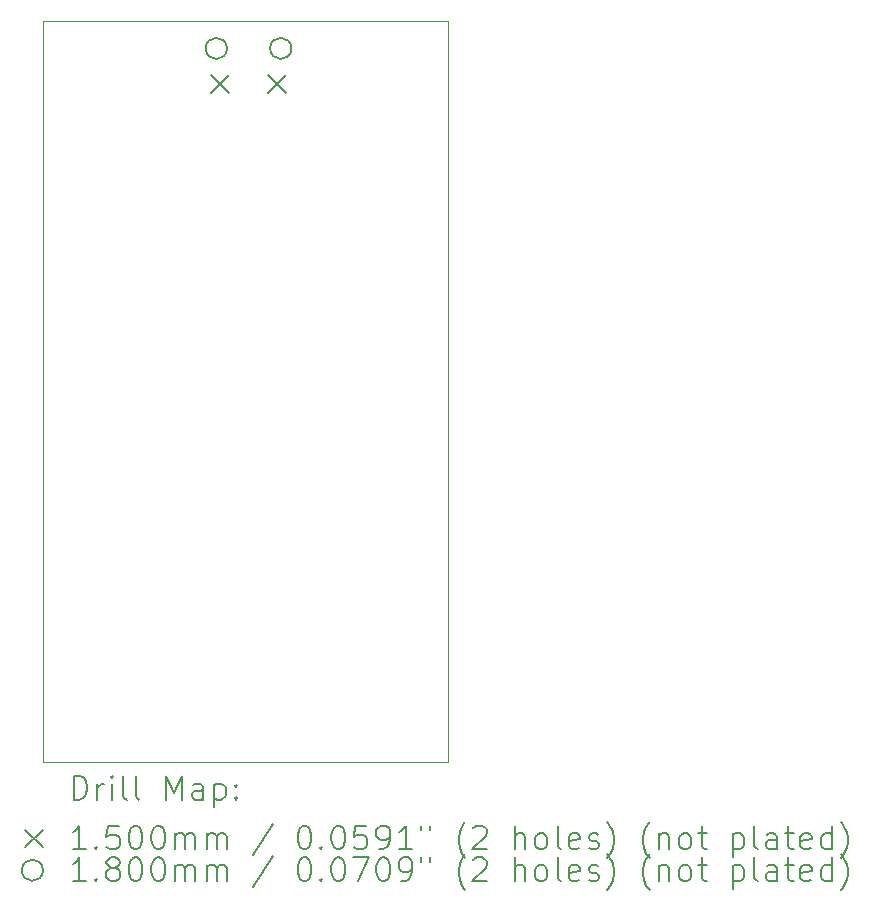
<source format=gbr>
%TF.GenerationSoftware,KiCad,Pcbnew,8.0.1*%
%TF.CreationDate,2024-10-21T20:58:19+13:00*%
%TF.ProjectId,aurorawatchpcb,6175726f-7261-4776-9174-63687063622e,rev?*%
%TF.SameCoordinates,Original*%
%TF.FileFunction,Drillmap*%
%TF.FilePolarity,Positive*%
%FSLAX45Y45*%
G04 Gerber Fmt 4.5, Leading zero omitted, Abs format (unit mm)*
G04 Created by KiCad (PCBNEW 8.0.1) date 2024-10-21 20:58:19*
%MOMM*%
%LPD*%
G01*
G04 APERTURE LIST*
%ADD10C,0.050000*%
%ADD11C,0.200000*%
%ADD12C,0.150000*%
%ADD13C,0.180000*%
G04 APERTURE END LIST*
D10*
X9652000Y-6298775D02*
X13081000Y-6298775D01*
X9652000Y-12573000D02*
X9652000Y-6298775D01*
X13081000Y-12573000D02*
X9652000Y-12573000D01*
X13081000Y-6298775D02*
X13081000Y-12573000D01*
D11*
D12*
X11071880Y-6755020D02*
X11221880Y-6905020D01*
X11221880Y-6755020D02*
X11071880Y-6905020D01*
X11556880Y-6755020D02*
X11706880Y-6905020D01*
X11706880Y-6755020D02*
X11556880Y-6905020D01*
D13*
X11206880Y-6527020D02*
G75*
G02*
X11026880Y-6527020I-90000J0D01*
G01*
X11026880Y-6527020D02*
G75*
G02*
X11206880Y-6527020I90000J0D01*
G01*
X11751880Y-6527020D02*
G75*
G02*
X11571880Y-6527020I-90000J0D01*
G01*
X11571880Y-6527020D02*
G75*
G02*
X11751880Y-6527020I90000J0D01*
G01*
D11*
X9910277Y-12886984D02*
X9910277Y-12686984D01*
X9910277Y-12686984D02*
X9957896Y-12686984D01*
X9957896Y-12686984D02*
X9986467Y-12696508D01*
X9986467Y-12696508D02*
X10005515Y-12715555D01*
X10005515Y-12715555D02*
X10015039Y-12734603D01*
X10015039Y-12734603D02*
X10024563Y-12772698D01*
X10024563Y-12772698D02*
X10024563Y-12801269D01*
X10024563Y-12801269D02*
X10015039Y-12839365D01*
X10015039Y-12839365D02*
X10005515Y-12858412D01*
X10005515Y-12858412D02*
X9986467Y-12877460D01*
X9986467Y-12877460D02*
X9957896Y-12886984D01*
X9957896Y-12886984D02*
X9910277Y-12886984D01*
X10110277Y-12886984D02*
X10110277Y-12753650D01*
X10110277Y-12791746D02*
X10119801Y-12772698D01*
X10119801Y-12772698D02*
X10129324Y-12763174D01*
X10129324Y-12763174D02*
X10148372Y-12753650D01*
X10148372Y-12753650D02*
X10167420Y-12753650D01*
X10234086Y-12886984D02*
X10234086Y-12753650D01*
X10234086Y-12686984D02*
X10224563Y-12696508D01*
X10224563Y-12696508D02*
X10234086Y-12706031D01*
X10234086Y-12706031D02*
X10243610Y-12696508D01*
X10243610Y-12696508D02*
X10234086Y-12686984D01*
X10234086Y-12686984D02*
X10234086Y-12706031D01*
X10357896Y-12886984D02*
X10338848Y-12877460D01*
X10338848Y-12877460D02*
X10329324Y-12858412D01*
X10329324Y-12858412D02*
X10329324Y-12686984D01*
X10462658Y-12886984D02*
X10443610Y-12877460D01*
X10443610Y-12877460D02*
X10434086Y-12858412D01*
X10434086Y-12858412D02*
X10434086Y-12686984D01*
X10691229Y-12886984D02*
X10691229Y-12686984D01*
X10691229Y-12686984D02*
X10757896Y-12829841D01*
X10757896Y-12829841D02*
X10824563Y-12686984D01*
X10824563Y-12686984D02*
X10824563Y-12886984D01*
X11005515Y-12886984D02*
X11005515Y-12782222D01*
X11005515Y-12782222D02*
X10995991Y-12763174D01*
X10995991Y-12763174D02*
X10976944Y-12753650D01*
X10976944Y-12753650D02*
X10938848Y-12753650D01*
X10938848Y-12753650D02*
X10919801Y-12763174D01*
X11005515Y-12877460D02*
X10986467Y-12886984D01*
X10986467Y-12886984D02*
X10938848Y-12886984D01*
X10938848Y-12886984D02*
X10919801Y-12877460D01*
X10919801Y-12877460D02*
X10910277Y-12858412D01*
X10910277Y-12858412D02*
X10910277Y-12839365D01*
X10910277Y-12839365D02*
X10919801Y-12820317D01*
X10919801Y-12820317D02*
X10938848Y-12810793D01*
X10938848Y-12810793D02*
X10986467Y-12810793D01*
X10986467Y-12810793D02*
X11005515Y-12801269D01*
X11100753Y-12753650D02*
X11100753Y-12953650D01*
X11100753Y-12763174D02*
X11119801Y-12753650D01*
X11119801Y-12753650D02*
X11157896Y-12753650D01*
X11157896Y-12753650D02*
X11176944Y-12763174D01*
X11176944Y-12763174D02*
X11186467Y-12772698D01*
X11186467Y-12772698D02*
X11195991Y-12791746D01*
X11195991Y-12791746D02*
X11195991Y-12848888D01*
X11195991Y-12848888D02*
X11186467Y-12867936D01*
X11186467Y-12867936D02*
X11176944Y-12877460D01*
X11176944Y-12877460D02*
X11157896Y-12886984D01*
X11157896Y-12886984D02*
X11119801Y-12886984D01*
X11119801Y-12886984D02*
X11100753Y-12877460D01*
X11281705Y-12867936D02*
X11291229Y-12877460D01*
X11291229Y-12877460D02*
X11281705Y-12886984D01*
X11281705Y-12886984D02*
X11272182Y-12877460D01*
X11272182Y-12877460D02*
X11281705Y-12867936D01*
X11281705Y-12867936D02*
X11281705Y-12886984D01*
X11281705Y-12763174D02*
X11291229Y-12772698D01*
X11291229Y-12772698D02*
X11281705Y-12782222D01*
X11281705Y-12782222D02*
X11272182Y-12772698D01*
X11272182Y-12772698D02*
X11281705Y-12763174D01*
X11281705Y-12763174D02*
X11281705Y-12782222D01*
D12*
X9499500Y-13140500D02*
X9649500Y-13290500D01*
X9649500Y-13140500D02*
X9499500Y-13290500D01*
D11*
X10015039Y-13306984D02*
X9900753Y-13306984D01*
X9957896Y-13306984D02*
X9957896Y-13106984D01*
X9957896Y-13106984D02*
X9938848Y-13135555D01*
X9938848Y-13135555D02*
X9919801Y-13154603D01*
X9919801Y-13154603D02*
X9900753Y-13164127D01*
X10100753Y-13287936D02*
X10110277Y-13297460D01*
X10110277Y-13297460D02*
X10100753Y-13306984D01*
X10100753Y-13306984D02*
X10091229Y-13297460D01*
X10091229Y-13297460D02*
X10100753Y-13287936D01*
X10100753Y-13287936D02*
X10100753Y-13306984D01*
X10291229Y-13106984D02*
X10195991Y-13106984D01*
X10195991Y-13106984D02*
X10186467Y-13202222D01*
X10186467Y-13202222D02*
X10195991Y-13192698D01*
X10195991Y-13192698D02*
X10215039Y-13183174D01*
X10215039Y-13183174D02*
X10262658Y-13183174D01*
X10262658Y-13183174D02*
X10281705Y-13192698D01*
X10281705Y-13192698D02*
X10291229Y-13202222D01*
X10291229Y-13202222D02*
X10300753Y-13221269D01*
X10300753Y-13221269D02*
X10300753Y-13268888D01*
X10300753Y-13268888D02*
X10291229Y-13287936D01*
X10291229Y-13287936D02*
X10281705Y-13297460D01*
X10281705Y-13297460D02*
X10262658Y-13306984D01*
X10262658Y-13306984D02*
X10215039Y-13306984D01*
X10215039Y-13306984D02*
X10195991Y-13297460D01*
X10195991Y-13297460D02*
X10186467Y-13287936D01*
X10424563Y-13106984D02*
X10443610Y-13106984D01*
X10443610Y-13106984D02*
X10462658Y-13116508D01*
X10462658Y-13116508D02*
X10472182Y-13126031D01*
X10472182Y-13126031D02*
X10481705Y-13145079D01*
X10481705Y-13145079D02*
X10491229Y-13183174D01*
X10491229Y-13183174D02*
X10491229Y-13230793D01*
X10491229Y-13230793D02*
X10481705Y-13268888D01*
X10481705Y-13268888D02*
X10472182Y-13287936D01*
X10472182Y-13287936D02*
X10462658Y-13297460D01*
X10462658Y-13297460D02*
X10443610Y-13306984D01*
X10443610Y-13306984D02*
X10424563Y-13306984D01*
X10424563Y-13306984D02*
X10405515Y-13297460D01*
X10405515Y-13297460D02*
X10395991Y-13287936D01*
X10395991Y-13287936D02*
X10386467Y-13268888D01*
X10386467Y-13268888D02*
X10376944Y-13230793D01*
X10376944Y-13230793D02*
X10376944Y-13183174D01*
X10376944Y-13183174D02*
X10386467Y-13145079D01*
X10386467Y-13145079D02*
X10395991Y-13126031D01*
X10395991Y-13126031D02*
X10405515Y-13116508D01*
X10405515Y-13116508D02*
X10424563Y-13106984D01*
X10615039Y-13106984D02*
X10634086Y-13106984D01*
X10634086Y-13106984D02*
X10653134Y-13116508D01*
X10653134Y-13116508D02*
X10662658Y-13126031D01*
X10662658Y-13126031D02*
X10672182Y-13145079D01*
X10672182Y-13145079D02*
X10681705Y-13183174D01*
X10681705Y-13183174D02*
X10681705Y-13230793D01*
X10681705Y-13230793D02*
X10672182Y-13268888D01*
X10672182Y-13268888D02*
X10662658Y-13287936D01*
X10662658Y-13287936D02*
X10653134Y-13297460D01*
X10653134Y-13297460D02*
X10634086Y-13306984D01*
X10634086Y-13306984D02*
X10615039Y-13306984D01*
X10615039Y-13306984D02*
X10595991Y-13297460D01*
X10595991Y-13297460D02*
X10586467Y-13287936D01*
X10586467Y-13287936D02*
X10576944Y-13268888D01*
X10576944Y-13268888D02*
X10567420Y-13230793D01*
X10567420Y-13230793D02*
X10567420Y-13183174D01*
X10567420Y-13183174D02*
X10576944Y-13145079D01*
X10576944Y-13145079D02*
X10586467Y-13126031D01*
X10586467Y-13126031D02*
X10595991Y-13116508D01*
X10595991Y-13116508D02*
X10615039Y-13106984D01*
X10767420Y-13306984D02*
X10767420Y-13173650D01*
X10767420Y-13192698D02*
X10776944Y-13183174D01*
X10776944Y-13183174D02*
X10795991Y-13173650D01*
X10795991Y-13173650D02*
X10824563Y-13173650D01*
X10824563Y-13173650D02*
X10843610Y-13183174D01*
X10843610Y-13183174D02*
X10853134Y-13202222D01*
X10853134Y-13202222D02*
X10853134Y-13306984D01*
X10853134Y-13202222D02*
X10862658Y-13183174D01*
X10862658Y-13183174D02*
X10881705Y-13173650D01*
X10881705Y-13173650D02*
X10910277Y-13173650D01*
X10910277Y-13173650D02*
X10929325Y-13183174D01*
X10929325Y-13183174D02*
X10938848Y-13202222D01*
X10938848Y-13202222D02*
X10938848Y-13306984D01*
X11034086Y-13306984D02*
X11034086Y-13173650D01*
X11034086Y-13192698D02*
X11043610Y-13183174D01*
X11043610Y-13183174D02*
X11062658Y-13173650D01*
X11062658Y-13173650D02*
X11091229Y-13173650D01*
X11091229Y-13173650D02*
X11110277Y-13183174D01*
X11110277Y-13183174D02*
X11119801Y-13202222D01*
X11119801Y-13202222D02*
X11119801Y-13306984D01*
X11119801Y-13202222D02*
X11129325Y-13183174D01*
X11129325Y-13183174D02*
X11148372Y-13173650D01*
X11148372Y-13173650D02*
X11176944Y-13173650D01*
X11176944Y-13173650D02*
X11195991Y-13183174D01*
X11195991Y-13183174D02*
X11205515Y-13202222D01*
X11205515Y-13202222D02*
X11205515Y-13306984D01*
X11595991Y-13097460D02*
X11424563Y-13354603D01*
X11853134Y-13106984D02*
X11872182Y-13106984D01*
X11872182Y-13106984D02*
X11891229Y-13116508D01*
X11891229Y-13116508D02*
X11900753Y-13126031D01*
X11900753Y-13126031D02*
X11910277Y-13145079D01*
X11910277Y-13145079D02*
X11919801Y-13183174D01*
X11919801Y-13183174D02*
X11919801Y-13230793D01*
X11919801Y-13230793D02*
X11910277Y-13268888D01*
X11910277Y-13268888D02*
X11900753Y-13287936D01*
X11900753Y-13287936D02*
X11891229Y-13297460D01*
X11891229Y-13297460D02*
X11872182Y-13306984D01*
X11872182Y-13306984D02*
X11853134Y-13306984D01*
X11853134Y-13306984D02*
X11834086Y-13297460D01*
X11834086Y-13297460D02*
X11824563Y-13287936D01*
X11824563Y-13287936D02*
X11815039Y-13268888D01*
X11815039Y-13268888D02*
X11805515Y-13230793D01*
X11805515Y-13230793D02*
X11805515Y-13183174D01*
X11805515Y-13183174D02*
X11815039Y-13145079D01*
X11815039Y-13145079D02*
X11824563Y-13126031D01*
X11824563Y-13126031D02*
X11834086Y-13116508D01*
X11834086Y-13116508D02*
X11853134Y-13106984D01*
X12005515Y-13287936D02*
X12015039Y-13297460D01*
X12015039Y-13297460D02*
X12005515Y-13306984D01*
X12005515Y-13306984D02*
X11995991Y-13297460D01*
X11995991Y-13297460D02*
X12005515Y-13287936D01*
X12005515Y-13287936D02*
X12005515Y-13306984D01*
X12138848Y-13106984D02*
X12157896Y-13106984D01*
X12157896Y-13106984D02*
X12176944Y-13116508D01*
X12176944Y-13116508D02*
X12186467Y-13126031D01*
X12186467Y-13126031D02*
X12195991Y-13145079D01*
X12195991Y-13145079D02*
X12205515Y-13183174D01*
X12205515Y-13183174D02*
X12205515Y-13230793D01*
X12205515Y-13230793D02*
X12195991Y-13268888D01*
X12195991Y-13268888D02*
X12186467Y-13287936D01*
X12186467Y-13287936D02*
X12176944Y-13297460D01*
X12176944Y-13297460D02*
X12157896Y-13306984D01*
X12157896Y-13306984D02*
X12138848Y-13306984D01*
X12138848Y-13306984D02*
X12119801Y-13297460D01*
X12119801Y-13297460D02*
X12110277Y-13287936D01*
X12110277Y-13287936D02*
X12100753Y-13268888D01*
X12100753Y-13268888D02*
X12091229Y-13230793D01*
X12091229Y-13230793D02*
X12091229Y-13183174D01*
X12091229Y-13183174D02*
X12100753Y-13145079D01*
X12100753Y-13145079D02*
X12110277Y-13126031D01*
X12110277Y-13126031D02*
X12119801Y-13116508D01*
X12119801Y-13116508D02*
X12138848Y-13106984D01*
X12386467Y-13106984D02*
X12291229Y-13106984D01*
X12291229Y-13106984D02*
X12281706Y-13202222D01*
X12281706Y-13202222D02*
X12291229Y-13192698D01*
X12291229Y-13192698D02*
X12310277Y-13183174D01*
X12310277Y-13183174D02*
X12357896Y-13183174D01*
X12357896Y-13183174D02*
X12376944Y-13192698D01*
X12376944Y-13192698D02*
X12386467Y-13202222D01*
X12386467Y-13202222D02*
X12395991Y-13221269D01*
X12395991Y-13221269D02*
X12395991Y-13268888D01*
X12395991Y-13268888D02*
X12386467Y-13287936D01*
X12386467Y-13287936D02*
X12376944Y-13297460D01*
X12376944Y-13297460D02*
X12357896Y-13306984D01*
X12357896Y-13306984D02*
X12310277Y-13306984D01*
X12310277Y-13306984D02*
X12291229Y-13297460D01*
X12291229Y-13297460D02*
X12281706Y-13287936D01*
X12491229Y-13306984D02*
X12529325Y-13306984D01*
X12529325Y-13306984D02*
X12548372Y-13297460D01*
X12548372Y-13297460D02*
X12557896Y-13287936D01*
X12557896Y-13287936D02*
X12576944Y-13259365D01*
X12576944Y-13259365D02*
X12586467Y-13221269D01*
X12586467Y-13221269D02*
X12586467Y-13145079D01*
X12586467Y-13145079D02*
X12576944Y-13126031D01*
X12576944Y-13126031D02*
X12567420Y-13116508D01*
X12567420Y-13116508D02*
X12548372Y-13106984D01*
X12548372Y-13106984D02*
X12510277Y-13106984D01*
X12510277Y-13106984D02*
X12491229Y-13116508D01*
X12491229Y-13116508D02*
X12481706Y-13126031D01*
X12481706Y-13126031D02*
X12472182Y-13145079D01*
X12472182Y-13145079D02*
X12472182Y-13192698D01*
X12472182Y-13192698D02*
X12481706Y-13211746D01*
X12481706Y-13211746D02*
X12491229Y-13221269D01*
X12491229Y-13221269D02*
X12510277Y-13230793D01*
X12510277Y-13230793D02*
X12548372Y-13230793D01*
X12548372Y-13230793D02*
X12567420Y-13221269D01*
X12567420Y-13221269D02*
X12576944Y-13211746D01*
X12576944Y-13211746D02*
X12586467Y-13192698D01*
X12776944Y-13306984D02*
X12662658Y-13306984D01*
X12719801Y-13306984D02*
X12719801Y-13106984D01*
X12719801Y-13106984D02*
X12700753Y-13135555D01*
X12700753Y-13135555D02*
X12681706Y-13154603D01*
X12681706Y-13154603D02*
X12662658Y-13164127D01*
X12853134Y-13106984D02*
X12853134Y-13145079D01*
X12929325Y-13106984D02*
X12929325Y-13145079D01*
X13224563Y-13383174D02*
X13215039Y-13373650D01*
X13215039Y-13373650D02*
X13195991Y-13345079D01*
X13195991Y-13345079D02*
X13186468Y-13326031D01*
X13186468Y-13326031D02*
X13176944Y-13297460D01*
X13176944Y-13297460D02*
X13167420Y-13249841D01*
X13167420Y-13249841D02*
X13167420Y-13211746D01*
X13167420Y-13211746D02*
X13176944Y-13164127D01*
X13176944Y-13164127D02*
X13186468Y-13135555D01*
X13186468Y-13135555D02*
X13195991Y-13116508D01*
X13195991Y-13116508D02*
X13215039Y-13087936D01*
X13215039Y-13087936D02*
X13224563Y-13078412D01*
X13291229Y-13126031D02*
X13300753Y-13116508D01*
X13300753Y-13116508D02*
X13319801Y-13106984D01*
X13319801Y-13106984D02*
X13367420Y-13106984D01*
X13367420Y-13106984D02*
X13386468Y-13116508D01*
X13386468Y-13116508D02*
X13395991Y-13126031D01*
X13395991Y-13126031D02*
X13405515Y-13145079D01*
X13405515Y-13145079D02*
X13405515Y-13164127D01*
X13405515Y-13164127D02*
X13395991Y-13192698D01*
X13395991Y-13192698D02*
X13281706Y-13306984D01*
X13281706Y-13306984D02*
X13405515Y-13306984D01*
X13643610Y-13306984D02*
X13643610Y-13106984D01*
X13729325Y-13306984D02*
X13729325Y-13202222D01*
X13729325Y-13202222D02*
X13719801Y-13183174D01*
X13719801Y-13183174D02*
X13700753Y-13173650D01*
X13700753Y-13173650D02*
X13672182Y-13173650D01*
X13672182Y-13173650D02*
X13653134Y-13183174D01*
X13653134Y-13183174D02*
X13643610Y-13192698D01*
X13853134Y-13306984D02*
X13834087Y-13297460D01*
X13834087Y-13297460D02*
X13824563Y-13287936D01*
X13824563Y-13287936D02*
X13815039Y-13268888D01*
X13815039Y-13268888D02*
X13815039Y-13211746D01*
X13815039Y-13211746D02*
X13824563Y-13192698D01*
X13824563Y-13192698D02*
X13834087Y-13183174D01*
X13834087Y-13183174D02*
X13853134Y-13173650D01*
X13853134Y-13173650D02*
X13881706Y-13173650D01*
X13881706Y-13173650D02*
X13900753Y-13183174D01*
X13900753Y-13183174D02*
X13910277Y-13192698D01*
X13910277Y-13192698D02*
X13919801Y-13211746D01*
X13919801Y-13211746D02*
X13919801Y-13268888D01*
X13919801Y-13268888D02*
X13910277Y-13287936D01*
X13910277Y-13287936D02*
X13900753Y-13297460D01*
X13900753Y-13297460D02*
X13881706Y-13306984D01*
X13881706Y-13306984D02*
X13853134Y-13306984D01*
X14034087Y-13306984D02*
X14015039Y-13297460D01*
X14015039Y-13297460D02*
X14005515Y-13278412D01*
X14005515Y-13278412D02*
X14005515Y-13106984D01*
X14186468Y-13297460D02*
X14167420Y-13306984D01*
X14167420Y-13306984D02*
X14129325Y-13306984D01*
X14129325Y-13306984D02*
X14110277Y-13297460D01*
X14110277Y-13297460D02*
X14100753Y-13278412D01*
X14100753Y-13278412D02*
X14100753Y-13202222D01*
X14100753Y-13202222D02*
X14110277Y-13183174D01*
X14110277Y-13183174D02*
X14129325Y-13173650D01*
X14129325Y-13173650D02*
X14167420Y-13173650D01*
X14167420Y-13173650D02*
X14186468Y-13183174D01*
X14186468Y-13183174D02*
X14195991Y-13202222D01*
X14195991Y-13202222D02*
X14195991Y-13221269D01*
X14195991Y-13221269D02*
X14100753Y-13240317D01*
X14272182Y-13297460D02*
X14291230Y-13306984D01*
X14291230Y-13306984D02*
X14329325Y-13306984D01*
X14329325Y-13306984D02*
X14348372Y-13297460D01*
X14348372Y-13297460D02*
X14357896Y-13278412D01*
X14357896Y-13278412D02*
X14357896Y-13268888D01*
X14357896Y-13268888D02*
X14348372Y-13249841D01*
X14348372Y-13249841D02*
X14329325Y-13240317D01*
X14329325Y-13240317D02*
X14300753Y-13240317D01*
X14300753Y-13240317D02*
X14281706Y-13230793D01*
X14281706Y-13230793D02*
X14272182Y-13211746D01*
X14272182Y-13211746D02*
X14272182Y-13202222D01*
X14272182Y-13202222D02*
X14281706Y-13183174D01*
X14281706Y-13183174D02*
X14300753Y-13173650D01*
X14300753Y-13173650D02*
X14329325Y-13173650D01*
X14329325Y-13173650D02*
X14348372Y-13183174D01*
X14424563Y-13383174D02*
X14434087Y-13373650D01*
X14434087Y-13373650D02*
X14453134Y-13345079D01*
X14453134Y-13345079D02*
X14462658Y-13326031D01*
X14462658Y-13326031D02*
X14472182Y-13297460D01*
X14472182Y-13297460D02*
X14481706Y-13249841D01*
X14481706Y-13249841D02*
X14481706Y-13211746D01*
X14481706Y-13211746D02*
X14472182Y-13164127D01*
X14472182Y-13164127D02*
X14462658Y-13135555D01*
X14462658Y-13135555D02*
X14453134Y-13116508D01*
X14453134Y-13116508D02*
X14434087Y-13087936D01*
X14434087Y-13087936D02*
X14424563Y-13078412D01*
X14786468Y-13383174D02*
X14776944Y-13373650D01*
X14776944Y-13373650D02*
X14757896Y-13345079D01*
X14757896Y-13345079D02*
X14748372Y-13326031D01*
X14748372Y-13326031D02*
X14738849Y-13297460D01*
X14738849Y-13297460D02*
X14729325Y-13249841D01*
X14729325Y-13249841D02*
X14729325Y-13211746D01*
X14729325Y-13211746D02*
X14738849Y-13164127D01*
X14738849Y-13164127D02*
X14748372Y-13135555D01*
X14748372Y-13135555D02*
X14757896Y-13116508D01*
X14757896Y-13116508D02*
X14776944Y-13087936D01*
X14776944Y-13087936D02*
X14786468Y-13078412D01*
X14862658Y-13173650D02*
X14862658Y-13306984D01*
X14862658Y-13192698D02*
X14872182Y-13183174D01*
X14872182Y-13183174D02*
X14891230Y-13173650D01*
X14891230Y-13173650D02*
X14919801Y-13173650D01*
X14919801Y-13173650D02*
X14938849Y-13183174D01*
X14938849Y-13183174D02*
X14948372Y-13202222D01*
X14948372Y-13202222D02*
X14948372Y-13306984D01*
X15072182Y-13306984D02*
X15053134Y-13297460D01*
X15053134Y-13297460D02*
X15043611Y-13287936D01*
X15043611Y-13287936D02*
X15034087Y-13268888D01*
X15034087Y-13268888D02*
X15034087Y-13211746D01*
X15034087Y-13211746D02*
X15043611Y-13192698D01*
X15043611Y-13192698D02*
X15053134Y-13183174D01*
X15053134Y-13183174D02*
X15072182Y-13173650D01*
X15072182Y-13173650D02*
X15100753Y-13173650D01*
X15100753Y-13173650D02*
X15119801Y-13183174D01*
X15119801Y-13183174D02*
X15129325Y-13192698D01*
X15129325Y-13192698D02*
X15138849Y-13211746D01*
X15138849Y-13211746D02*
X15138849Y-13268888D01*
X15138849Y-13268888D02*
X15129325Y-13287936D01*
X15129325Y-13287936D02*
X15119801Y-13297460D01*
X15119801Y-13297460D02*
X15100753Y-13306984D01*
X15100753Y-13306984D02*
X15072182Y-13306984D01*
X15195992Y-13173650D02*
X15272182Y-13173650D01*
X15224563Y-13106984D02*
X15224563Y-13278412D01*
X15224563Y-13278412D02*
X15234087Y-13297460D01*
X15234087Y-13297460D02*
X15253134Y-13306984D01*
X15253134Y-13306984D02*
X15272182Y-13306984D01*
X15491230Y-13173650D02*
X15491230Y-13373650D01*
X15491230Y-13183174D02*
X15510277Y-13173650D01*
X15510277Y-13173650D02*
X15548373Y-13173650D01*
X15548373Y-13173650D02*
X15567420Y-13183174D01*
X15567420Y-13183174D02*
X15576944Y-13192698D01*
X15576944Y-13192698D02*
X15586468Y-13211746D01*
X15586468Y-13211746D02*
X15586468Y-13268888D01*
X15586468Y-13268888D02*
X15576944Y-13287936D01*
X15576944Y-13287936D02*
X15567420Y-13297460D01*
X15567420Y-13297460D02*
X15548373Y-13306984D01*
X15548373Y-13306984D02*
X15510277Y-13306984D01*
X15510277Y-13306984D02*
X15491230Y-13297460D01*
X15700753Y-13306984D02*
X15681706Y-13297460D01*
X15681706Y-13297460D02*
X15672182Y-13278412D01*
X15672182Y-13278412D02*
X15672182Y-13106984D01*
X15862658Y-13306984D02*
X15862658Y-13202222D01*
X15862658Y-13202222D02*
X15853134Y-13183174D01*
X15853134Y-13183174D02*
X15834087Y-13173650D01*
X15834087Y-13173650D02*
X15795992Y-13173650D01*
X15795992Y-13173650D02*
X15776944Y-13183174D01*
X15862658Y-13297460D02*
X15843611Y-13306984D01*
X15843611Y-13306984D02*
X15795992Y-13306984D01*
X15795992Y-13306984D02*
X15776944Y-13297460D01*
X15776944Y-13297460D02*
X15767420Y-13278412D01*
X15767420Y-13278412D02*
X15767420Y-13259365D01*
X15767420Y-13259365D02*
X15776944Y-13240317D01*
X15776944Y-13240317D02*
X15795992Y-13230793D01*
X15795992Y-13230793D02*
X15843611Y-13230793D01*
X15843611Y-13230793D02*
X15862658Y-13221269D01*
X15929325Y-13173650D02*
X16005515Y-13173650D01*
X15957896Y-13106984D02*
X15957896Y-13278412D01*
X15957896Y-13278412D02*
X15967420Y-13297460D01*
X15967420Y-13297460D02*
X15986468Y-13306984D01*
X15986468Y-13306984D02*
X16005515Y-13306984D01*
X16148373Y-13297460D02*
X16129325Y-13306984D01*
X16129325Y-13306984D02*
X16091230Y-13306984D01*
X16091230Y-13306984D02*
X16072182Y-13297460D01*
X16072182Y-13297460D02*
X16062658Y-13278412D01*
X16062658Y-13278412D02*
X16062658Y-13202222D01*
X16062658Y-13202222D02*
X16072182Y-13183174D01*
X16072182Y-13183174D02*
X16091230Y-13173650D01*
X16091230Y-13173650D02*
X16129325Y-13173650D01*
X16129325Y-13173650D02*
X16148373Y-13183174D01*
X16148373Y-13183174D02*
X16157896Y-13202222D01*
X16157896Y-13202222D02*
X16157896Y-13221269D01*
X16157896Y-13221269D02*
X16062658Y-13240317D01*
X16329325Y-13306984D02*
X16329325Y-13106984D01*
X16329325Y-13297460D02*
X16310277Y-13306984D01*
X16310277Y-13306984D02*
X16272182Y-13306984D01*
X16272182Y-13306984D02*
X16253134Y-13297460D01*
X16253134Y-13297460D02*
X16243611Y-13287936D01*
X16243611Y-13287936D02*
X16234087Y-13268888D01*
X16234087Y-13268888D02*
X16234087Y-13211746D01*
X16234087Y-13211746D02*
X16243611Y-13192698D01*
X16243611Y-13192698D02*
X16253134Y-13183174D01*
X16253134Y-13183174D02*
X16272182Y-13173650D01*
X16272182Y-13173650D02*
X16310277Y-13173650D01*
X16310277Y-13173650D02*
X16329325Y-13183174D01*
X16405515Y-13383174D02*
X16415039Y-13373650D01*
X16415039Y-13373650D02*
X16434087Y-13345079D01*
X16434087Y-13345079D02*
X16443611Y-13326031D01*
X16443611Y-13326031D02*
X16453134Y-13297460D01*
X16453134Y-13297460D02*
X16462658Y-13249841D01*
X16462658Y-13249841D02*
X16462658Y-13211746D01*
X16462658Y-13211746D02*
X16453134Y-13164127D01*
X16453134Y-13164127D02*
X16443611Y-13135555D01*
X16443611Y-13135555D02*
X16434087Y-13116508D01*
X16434087Y-13116508D02*
X16415039Y-13087936D01*
X16415039Y-13087936D02*
X16405515Y-13078412D01*
D13*
X9649500Y-13485500D02*
G75*
G02*
X9469500Y-13485500I-90000J0D01*
G01*
X9469500Y-13485500D02*
G75*
G02*
X9649500Y-13485500I90000J0D01*
G01*
D11*
X10015039Y-13576984D02*
X9900753Y-13576984D01*
X9957896Y-13576984D02*
X9957896Y-13376984D01*
X9957896Y-13376984D02*
X9938848Y-13405555D01*
X9938848Y-13405555D02*
X9919801Y-13424603D01*
X9919801Y-13424603D02*
X9900753Y-13434127D01*
X10100753Y-13557936D02*
X10110277Y-13567460D01*
X10110277Y-13567460D02*
X10100753Y-13576984D01*
X10100753Y-13576984D02*
X10091229Y-13567460D01*
X10091229Y-13567460D02*
X10100753Y-13557936D01*
X10100753Y-13557936D02*
X10100753Y-13576984D01*
X10224563Y-13462698D02*
X10205515Y-13453174D01*
X10205515Y-13453174D02*
X10195991Y-13443650D01*
X10195991Y-13443650D02*
X10186467Y-13424603D01*
X10186467Y-13424603D02*
X10186467Y-13415079D01*
X10186467Y-13415079D02*
X10195991Y-13396031D01*
X10195991Y-13396031D02*
X10205515Y-13386508D01*
X10205515Y-13386508D02*
X10224563Y-13376984D01*
X10224563Y-13376984D02*
X10262658Y-13376984D01*
X10262658Y-13376984D02*
X10281705Y-13386508D01*
X10281705Y-13386508D02*
X10291229Y-13396031D01*
X10291229Y-13396031D02*
X10300753Y-13415079D01*
X10300753Y-13415079D02*
X10300753Y-13424603D01*
X10300753Y-13424603D02*
X10291229Y-13443650D01*
X10291229Y-13443650D02*
X10281705Y-13453174D01*
X10281705Y-13453174D02*
X10262658Y-13462698D01*
X10262658Y-13462698D02*
X10224563Y-13462698D01*
X10224563Y-13462698D02*
X10205515Y-13472222D01*
X10205515Y-13472222D02*
X10195991Y-13481746D01*
X10195991Y-13481746D02*
X10186467Y-13500793D01*
X10186467Y-13500793D02*
X10186467Y-13538888D01*
X10186467Y-13538888D02*
X10195991Y-13557936D01*
X10195991Y-13557936D02*
X10205515Y-13567460D01*
X10205515Y-13567460D02*
X10224563Y-13576984D01*
X10224563Y-13576984D02*
X10262658Y-13576984D01*
X10262658Y-13576984D02*
X10281705Y-13567460D01*
X10281705Y-13567460D02*
X10291229Y-13557936D01*
X10291229Y-13557936D02*
X10300753Y-13538888D01*
X10300753Y-13538888D02*
X10300753Y-13500793D01*
X10300753Y-13500793D02*
X10291229Y-13481746D01*
X10291229Y-13481746D02*
X10281705Y-13472222D01*
X10281705Y-13472222D02*
X10262658Y-13462698D01*
X10424563Y-13376984D02*
X10443610Y-13376984D01*
X10443610Y-13376984D02*
X10462658Y-13386508D01*
X10462658Y-13386508D02*
X10472182Y-13396031D01*
X10472182Y-13396031D02*
X10481705Y-13415079D01*
X10481705Y-13415079D02*
X10491229Y-13453174D01*
X10491229Y-13453174D02*
X10491229Y-13500793D01*
X10491229Y-13500793D02*
X10481705Y-13538888D01*
X10481705Y-13538888D02*
X10472182Y-13557936D01*
X10472182Y-13557936D02*
X10462658Y-13567460D01*
X10462658Y-13567460D02*
X10443610Y-13576984D01*
X10443610Y-13576984D02*
X10424563Y-13576984D01*
X10424563Y-13576984D02*
X10405515Y-13567460D01*
X10405515Y-13567460D02*
X10395991Y-13557936D01*
X10395991Y-13557936D02*
X10386467Y-13538888D01*
X10386467Y-13538888D02*
X10376944Y-13500793D01*
X10376944Y-13500793D02*
X10376944Y-13453174D01*
X10376944Y-13453174D02*
X10386467Y-13415079D01*
X10386467Y-13415079D02*
X10395991Y-13396031D01*
X10395991Y-13396031D02*
X10405515Y-13386508D01*
X10405515Y-13386508D02*
X10424563Y-13376984D01*
X10615039Y-13376984D02*
X10634086Y-13376984D01*
X10634086Y-13376984D02*
X10653134Y-13386508D01*
X10653134Y-13386508D02*
X10662658Y-13396031D01*
X10662658Y-13396031D02*
X10672182Y-13415079D01*
X10672182Y-13415079D02*
X10681705Y-13453174D01*
X10681705Y-13453174D02*
X10681705Y-13500793D01*
X10681705Y-13500793D02*
X10672182Y-13538888D01*
X10672182Y-13538888D02*
X10662658Y-13557936D01*
X10662658Y-13557936D02*
X10653134Y-13567460D01*
X10653134Y-13567460D02*
X10634086Y-13576984D01*
X10634086Y-13576984D02*
X10615039Y-13576984D01*
X10615039Y-13576984D02*
X10595991Y-13567460D01*
X10595991Y-13567460D02*
X10586467Y-13557936D01*
X10586467Y-13557936D02*
X10576944Y-13538888D01*
X10576944Y-13538888D02*
X10567420Y-13500793D01*
X10567420Y-13500793D02*
X10567420Y-13453174D01*
X10567420Y-13453174D02*
X10576944Y-13415079D01*
X10576944Y-13415079D02*
X10586467Y-13396031D01*
X10586467Y-13396031D02*
X10595991Y-13386508D01*
X10595991Y-13386508D02*
X10615039Y-13376984D01*
X10767420Y-13576984D02*
X10767420Y-13443650D01*
X10767420Y-13462698D02*
X10776944Y-13453174D01*
X10776944Y-13453174D02*
X10795991Y-13443650D01*
X10795991Y-13443650D02*
X10824563Y-13443650D01*
X10824563Y-13443650D02*
X10843610Y-13453174D01*
X10843610Y-13453174D02*
X10853134Y-13472222D01*
X10853134Y-13472222D02*
X10853134Y-13576984D01*
X10853134Y-13472222D02*
X10862658Y-13453174D01*
X10862658Y-13453174D02*
X10881705Y-13443650D01*
X10881705Y-13443650D02*
X10910277Y-13443650D01*
X10910277Y-13443650D02*
X10929325Y-13453174D01*
X10929325Y-13453174D02*
X10938848Y-13472222D01*
X10938848Y-13472222D02*
X10938848Y-13576984D01*
X11034086Y-13576984D02*
X11034086Y-13443650D01*
X11034086Y-13462698D02*
X11043610Y-13453174D01*
X11043610Y-13453174D02*
X11062658Y-13443650D01*
X11062658Y-13443650D02*
X11091229Y-13443650D01*
X11091229Y-13443650D02*
X11110277Y-13453174D01*
X11110277Y-13453174D02*
X11119801Y-13472222D01*
X11119801Y-13472222D02*
X11119801Y-13576984D01*
X11119801Y-13472222D02*
X11129325Y-13453174D01*
X11129325Y-13453174D02*
X11148372Y-13443650D01*
X11148372Y-13443650D02*
X11176944Y-13443650D01*
X11176944Y-13443650D02*
X11195991Y-13453174D01*
X11195991Y-13453174D02*
X11205515Y-13472222D01*
X11205515Y-13472222D02*
X11205515Y-13576984D01*
X11595991Y-13367460D02*
X11424563Y-13624603D01*
X11853134Y-13376984D02*
X11872182Y-13376984D01*
X11872182Y-13376984D02*
X11891229Y-13386508D01*
X11891229Y-13386508D02*
X11900753Y-13396031D01*
X11900753Y-13396031D02*
X11910277Y-13415079D01*
X11910277Y-13415079D02*
X11919801Y-13453174D01*
X11919801Y-13453174D02*
X11919801Y-13500793D01*
X11919801Y-13500793D02*
X11910277Y-13538888D01*
X11910277Y-13538888D02*
X11900753Y-13557936D01*
X11900753Y-13557936D02*
X11891229Y-13567460D01*
X11891229Y-13567460D02*
X11872182Y-13576984D01*
X11872182Y-13576984D02*
X11853134Y-13576984D01*
X11853134Y-13576984D02*
X11834086Y-13567460D01*
X11834086Y-13567460D02*
X11824563Y-13557936D01*
X11824563Y-13557936D02*
X11815039Y-13538888D01*
X11815039Y-13538888D02*
X11805515Y-13500793D01*
X11805515Y-13500793D02*
X11805515Y-13453174D01*
X11805515Y-13453174D02*
X11815039Y-13415079D01*
X11815039Y-13415079D02*
X11824563Y-13396031D01*
X11824563Y-13396031D02*
X11834086Y-13386508D01*
X11834086Y-13386508D02*
X11853134Y-13376984D01*
X12005515Y-13557936D02*
X12015039Y-13567460D01*
X12015039Y-13567460D02*
X12005515Y-13576984D01*
X12005515Y-13576984D02*
X11995991Y-13567460D01*
X11995991Y-13567460D02*
X12005515Y-13557936D01*
X12005515Y-13557936D02*
X12005515Y-13576984D01*
X12138848Y-13376984D02*
X12157896Y-13376984D01*
X12157896Y-13376984D02*
X12176944Y-13386508D01*
X12176944Y-13386508D02*
X12186467Y-13396031D01*
X12186467Y-13396031D02*
X12195991Y-13415079D01*
X12195991Y-13415079D02*
X12205515Y-13453174D01*
X12205515Y-13453174D02*
X12205515Y-13500793D01*
X12205515Y-13500793D02*
X12195991Y-13538888D01*
X12195991Y-13538888D02*
X12186467Y-13557936D01*
X12186467Y-13557936D02*
X12176944Y-13567460D01*
X12176944Y-13567460D02*
X12157896Y-13576984D01*
X12157896Y-13576984D02*
X12138848Y-13576984D01*
X12138848Y-13576984D02*
X12119801Y-13567460D01*
X12119801Y-13567460D02*
X12110277Y-13557936D01*
X12110277Y-13557936D02*
X12100753Y-13538888D01*
X12100753Y-13538888D02*
X12091229Y-13500793D01*
X12091229Y-13500793D02*
X12091229Y-13453174D01*
X12091229Y-13453174D02*
X12100753Y-13415079D01*
X12100753Y-13415079D02*
X12110277Y-13396031D01*
X12110277Y-13396031D02*
X12119801Y-13386508D01*
X12119801Y-13386508D02*
X12138848Y-13376984D01*
X12272182Y-13376984D02*
X12405515Y-13376984D01*
X12405515Y-13376984D02*
X12319801Y-13576984D01*
X12519801Y-13376984D02*
X12538848Y-13376984D01*
X12538848Y-13376984D02*
X12557896Y-13386508D01*
X12557896Y-13386508D02*
X12567420Y-13396031D01*
X12567420Y-13396031D02*
X12576944Y-13415079D01*
X12576944Y-13415079D02*
X12586467Y-13453174D01*
X12586467Y-13453174D02*
X12586467Y-13500793D01*
X12586467Y-13500793D02*
X12576944Y-13538888D01*
X12576944Y-13538888D02*
X12567420Y-13557936D01*
X12567420Y-13557936D02*
X12557896Y-13567460D01*
X12557896Y-13567460D02*
X12538848Y-13576984D01*
X12538848Y-13576984D02*
X12519801Y-13576984D01*
X12519801Y-13576984D02*
X12500753Y-13567460D01*
X12500753Y-13567460D02*
X12491229Y-13557936D01*
X12491229Y-13557936D02*
X12481706Y-13538888D01*
X12481706Y-13538888D02*
X12472182Y-13500793D01*
X12472182Y-13500793D02*
X12472182Y-13453174D01*
X12472182Y-13453174D02*
X12481706Y-13415079D01*
X12481706Y-13415079D02*
X12491229Y-13396031D01*
X12491229Y-13396031D02*
X12500753Y-13386508D01*
X12500753Y-13386508D02*
X12519801Y-13376984D01*
X12681706Y-13576984D02*
X12719801Y-13576984D01*
X12719801Y-13576984D02*
X12738848Y-13567460D01*
X12738848Y-13567460D02*
X12748372Y-13557936D01*
X12748372Y-13557936D02*
X12767420Y-13529365D01*
X12767420Y-13529365D02*
X12776944Y-13491269D01*
X12776944Y-13491269D02*
X12776944Y-13415079D01*
X12776944Y-13415079D02*
X12767420Y-13396031D01*
X12767420Y-13396031D02*
X12757896Y-13386508D01*
X12757896Y-13386508D02*
X12738848Y-13376984D01*
X12738848Y-13376984D02*
X12700753Y-13376984D01*
X12700753Y-13376984D02*
X12681706Y-13386508D01*
X12681706Y-13386508D02*
X12672182Y-13396031D01*
X12672182Y-13396031D02*
X12662658Y-13415079D01*
X12662658Y-13415079D02*
X12662658Y-13462698D01*
X12662658Y-13462698D02*
X12672182Y-13481746D01*
X12672182Y-13481746D02*
X12681706Y-13491269D01*
X12681706Y-13491269D02*
X12700753Y-13500793D01*
X12700753Y-13500793D02*
X12738848Y-13500793D01*
X12738848Y-13500793D02*
X12757896Y-13491269D01*
X12757896Y-13491269D02*
X12767420Y-13481746D01*
X12767420Y-13481746D02*
X12776944Y-13462698D01*
X12853134Y-13376984D02*
X12853134Y-13415079D01*
X12929325Y-13376984D02*
X12929325Y-13415079D01*
X13224563Y-13653174D02*
X13215039Y-13643650D01*
X13215039Y-13643650D02*
X13195991Y-13615079D01*
X13195991Y-13615079D02*
X13186468Y-13596031D01*
X13186468Y-13596031D02*
X13176944Y-13567460D01*
X13176944Y-13567460D02*
X13167420Y-13519841D01*
X13167420Y-13519841D02*
X13167420Y-13481746D01*
X13167420Y-13481746D02*
X13176944Y-13434127D01*
X13176944Y-13434127D02*
X13186468Y-13405555D01*
X13186468Y-13405555D02*
X13195991Y-13386508D01*
X13195991Y-13386508D02*
X13215039Y-13357936D01*
X13215039Y-13357936D02*
X13224563Y-13348412D01*
X13291229Y-13396031D02*
X13300753Y-13386508D01*
X13300753Y-13386508D02*
X13319801Y-13376984D01*
X13319801Y-13376984D02*
X13367420Y-13376984D01*
X13367420Y-13376984D02*
X13386468Y-13386508D01*
X13386468Y-13386508D02*
X13395991Y-13396031D01*
X13395991Y-13396031D02*
X13405515Y-13415079D01*
X13405515Y-13415079D02*
X13405515Y-13434127D01*
X13405515Y-13434127D02*
X13395991Y-13462698D01*
X13395991Y-13462698D02*
X13281706Y-13576984D01*
X13281706Y-13576984D02*
X13405515Y-13576984D01*
X13643610Y-13576984D02*
X13643610Y-13376984D01*
X13729325Y-13576984D02*
X13729325Y-13472222D01*
X13729325Y-13472222D02*
X13719801Y-13453174D01*
X13719801Y-13453174D02*
X13700753Y-13443650D01*
X13700753Y-13443650D02*
X13672182Y-13443650D01*
X13672182Y-13443650D02*
X13653134Y-13453174D01*
X13653134Y-13453174D02*
X13643610Y-13462698D01*
X13853134Y-13576984D02*
X13834087Y-13567460D01*
X13834087Y-13567460D02*
X13824563Y-13557936D01*
X13824563Y-13557936D02*
X13815039Y-13538888D01*
X13815039Y-13538888D02*
X13815039Y-13481746D01*
X13815039Y-13481746D02*
X13824563Y-13462698D01*
X13824563Y-13462698D02*
X13834087Y-13453174D01*
X13834087Y-13453174D02*
X13853134Y-13443650D01*
X13853134Y-13443650D02*
X13881706Y-13443650D01*
X13881706Y-13443650D02*
X13900753Y-13453174D01*
X13900753Y-13453174D02*
X13910277Y-13462698D01*
X13910277Y-13462698D02*
X13919801Y-13481746D01*
X13919801Y-13481746D02*
X13919801Y-13538888D01*
X13919801Y-13538888D02*
X13910277Y-13557936D01*
X13910277Y-13557936D02*
X13900753Y-13567460D01*
X13900753Y-13567460D02*
X13881706Y-13576984D01*
X13881706Y-13576984D02*
X13853134Y-13576984D01*
X14034087Y-13576984D02*
X14015039Y-13567460D01*
X14015039Y-13567460D02*
X14005515Y-13548412D01*
X14005515Y-13548412D02*
X14005515Y-13376984D01*
X14186468Y-13567460D02*
X14167420Y-13576984D01*
X14167420Y-13576984D02*
X14129325Y-13576984D01*
X14129325Y-13576984D02*
X14110277Y-13567460D01*
X14110277Y-13567460D02*
X14100753Y-13548412D01*
X14100753Y-13548412D02*
X14100753Y-13472222D01*
X14100753Y-13472222D02*
X14110277Y-13453174D01*
X14110277Y-13453174D02*
X14129325Y-13443650D01*
X14129325Y-13443650D02*
X14167420Y-13443650D01*
X14167420Y-13443650D02*
X14186468Y-13453174D01*
X14186468Y-13453174D02*
X14195991Y-13472222D01*
X14195991Y-13472222D02*
X14195991Y-13491269D01*
X14195991Y-13491269D02*
X14100753Y-13510317D01*
X14272182Y-13567460D02*
X14291230Y-13576984D01*
X14291230Y-13576984D02*
X14329325Y-13576984D01*
X14329325Y-13576984D02*
X14348372Y-13567460D01*
X14348372Y-13567460D02*
X14357896Y-13548412D01*
X14357896Y-13548412D02*
X14357896Y-13538888D01*
X14357896Y-13538888D02*
X14348372Y-13519841D01*
X14348372Y-13519841D02*
X14329325Y-13510317D01*
X14329325Y-13510317D02*
X14300753Y-13510317D01*
X14300753Y-13510317D02*
X14281706Y-13500793D01*
X14281706Y-13500793D02*
X14272182Y-13481746D01*
X14272182Y-13481746D02*
X14272182Y-13472222D01*
X14272182Y-13472222D02*
X14281706Y-13453174D01*
X14281706Y-13453174D02*
X14300753Y-13443650D01*
X14300753Y-13443650D02*
X14329325Y-13443650D01*
X14329325Y-13443650D02*
X14348372Y-13453174D01*
X14424563Y-13653174D02*
X14434087Y-13643650D01*
X14434087Y-13643650D02*
X14453134Y-13615079D01*
X14453134Y-13615079D02*
X14462658Y-13596031D01*
X14462658Y-13596031D02*
X14472182Y-13567460D01*
X14472182Y-13567460D02*
X14481706Y-13519841D01*
X14481706Y-13519841D02*
X14481706Y-13481746D01*
X14481706Y-13481746D02*
X14472182Y-13434127D01*
X14472182Y-13434127D02*
X14462658Y-13405555D01*
X14462658Y-13405555D02*
X14453134Y-13386508D01*
X14453134Y-13386508D02*
X14434087Y-13357936D01*
X14434087Y-13357936D02*
X14424563Y-13348412D01*
X14786468Y-13653174D02*
X14776944Y-13643650D01*
X14776944Y-13643650D02*
X14757896Y-13615079D01*
X14757896Y-13615079D02*
X14748372Y-13596031D01*
X14748372Y-13596031D02*
X14738849Y-13567460D01*
X14738849Y-13567460D02*
X14729325Y-13519841D01*
X14729325Y-13519841D02*
X14729325Y-13481746D01*
X14729325Y-13481746D02*
X14738849Y-13434127D01*
X14738849Y-13434127D02*
X14748372Y-13405555D01*
X14748372Y-13405555D02*
X14757896Y-13386508D01*
X14757896Y-13386508D02*
X14776944Y-13357936D01*
X14776944Y-13357936D02*
X14786468Y-13348412D01*
X14862658Y-13443650D02*
X14862658Y-13576984D01*
X14862658Y-13462698D02*
X14872182Y-13453174D01*
X14872182Y-13453174D02*
X14891230Y-13443650D01*
X14891230Y-13443650D02*
X14919801Y-13443650D01*
X14919801Y-13443650D02*
X14938849Y-13453174D01*
X14938849Y-13453174D02*
X14948372Y-13472222D01*
X14948372Y-13472222D02*
X14948372Y-13576984D01*
X15072182Y-13576984D02*
X15053134Y-13567460D01*
X15053134Y-13567460D02*
X15043611Y-13557936D01*
X15043611Y-13557936D02*
X15034087Y-13538888D01*
X15034087Y-13538888D02*
X15034087Y-13481746D01*
X15034087Y-13481746D02*
X15043611Y-13462698D01*
X15043611Y-13462698D02*
X15053134Y-13453174D01*
X15053134Y-13453174D02*
X15072182Y-13443650D01*
X15072182Y-13443650D02*
X15100753Y-13443650D01*
X15100753Y-13443650D02*
X15119801Y-13453174D01*
X15119801Y-13453174D02*
X15129325Y-13462698D01*
X15129325Y-13462698D02*
X15138849Y-13481746D01*
X15138849Y-13481746D02*
X15138849Y-13538888D01*
X15138849Y-13538888D02*
X15129325Y-13557936D01*
X15129325Y-13557936D02*
X15119801Y-13567460D01*
X15119801Y-13567460D02*
X15100753Y-13576984D01*
X15100753Y-13576984D02*
X15072182Y-13576984D01*
X15195992Y-13443650D02*
X15272182Y-13443650D01*
X15224563Y-13376984D02*
X15224563Y-13548412D01*
X15224563Y-13548412D02*
X15234087Y-13567460D01*
X15234087Y-13567460D02*
X15253134Y-13576984D01*
X15253134Y-13576984D02*
X15272182Y-13576984D01*
X15491230Y-13443650D02*
X15491230Y-13643650D01*
X15491230Y-13453174D02*
X15510277Y-13443650D01*
X15510277Y-13443650D02*
X15548373Y-13443650D01*
X15548373Y-13443650D02*
X15567420Y-13453174D01*
X15567420Y-13453174D02*
X15576944Y-13462698D01*
X15576944Y-13462698D02*
X15586468Y-13481746D01*
X15586468Y-13481746D02*
X15586468Y-13538888D01*
X15586468Y-13538888D02*
X15576944Y-13557936D01*
X15576944Y-13557936D02*
X15567420Y-13567460D01*
X15567420Y-13567460D02*
X15548373Y-13576984D01*
X15548373Y-13576984D02*
X15510277Y-13576984D01*
X15510277Y-13576984D02*
X15491230Y-13567460D01*
X15700753Y-13576984D02*
X15681706Y-13567460D01*
X15681706Y-13567460D02*
X15672182Y-13548412D01*
X15672182Y-13548412D02*
X15672182Y-13376984D01*
X15862658Y-13576984D02*
X15862658Y-13472222D01*
X15862658Y-13472222D02*
X15853134Y-13453174D01*
X15853134Y-13453174D02*
X15834087Y-13443650D01*
X15834087Y-13443650D02*
X15795992Y-13443650D01*
X15795992Y-13443650D02*
X15776944Y-13453174D01*
X15862658Y-13567460D02*
X15843611Y-13576984D01*
X15843611Y-13576984D02*
X15795992Y-13576984D01*
X15795992Y-13576984D02*
X15776944Y-13567460D01*
X15776944Y-13567460D02*
X15767420Y-13548412D01*
X15767420Y-13548412D02*
X15767420Y-13529365D01*
X15767420Y-13529365D02*
X15776944Y-13510317D01*
X15776944Y-13510317D02*
X15795992Y-13500793D01*
X15795992Y-13500793D02*
X15843611Y-13500793D01*
X15843611Y-13500793D02*
X15862658Y-13491269D01*
X15929325Y-13443650D02*
X16005515Y-13443650D01*
X15957896Y-13376984D02*
X15957896Y-13548412D01*
X15957896Y-13548412D02*
X15967420Y-13567460D01*
X15967420Y-13567460D02*
X15986468Y-13576984D01*
X15986468Y-13576984D02*
X16005515Y-13576984D01*
X16148373Y-13567460D02*
X16129325Y-13576984D01*
X16129325Y-13576984D02*
X16091230Y-13576984D01*
X16091230Y-13576984D02*
X16072182Y-13567460D01*
X16072182Y-13567460D02*
X16062658Y-13548412D01*
X16062658Y-13548412D02*
X16062658Y-13472222D01*
X16062658Y-13472222D02*
X16072182Y-13453174D01*
X16072182Y-13453174D02*
X16091230Y-13443650D01*
X16091230Y-13443650D02*
X16129325Y-13443650D01*
X16129325Y-13443650D02*
X16148373Y-13453174D01*
X16148373Y-13453174D02*
X16157896Y-13472222D01*
X16157896Y-13472222D02*
X16157896Y-13491269D01*
X16157896Y-13491269D02*
X16062658Y-13510317D01*
X16329325Y-13576984D02*
X16329325Y-13376984D01*
X16329325Y-13567460D02*
X16310277Y-13576984D01*
X16310277Y-13576984D02*
X16272182Y-13576984D01*
X16272182Y-13576984D02*
X16253134Y-13567460D01*
X16253134Y-13567460D02*
X16243611Y-13557936D01*
X16243611Y-13557936D02*
X16234087Y-13538888D01*
X16234087Y-13538888D02*
X16234087Y-13481746D01*
X16234087Y-13481746D02*
X16243611Y-13462698D01*
X16243611Y-13462698D02*
X16253134Y-13453174D01*
X16253134Y-13453174D02*
X16272182Y-13443650D01*
X16272182Y-13443650D02*
X16310277Y-13443650D01*
X16310277Y-13443650D02*
X16329325Y-13453174D01*
X16405515Y-13653174D02*
X16415039Y-13643650D01*
X16415039Y-13643650D02*
X16434087Y-13615079D01*
X16434087Y-13615079D02*
X16443611Y-13596031D01*
X16443611Y-13596031D02*
X16453134Y-13567460D01*
X16453134Y-13567460D02*
X16462658Y-13519841D01*
X16462658Y-13519841D02*
X16462658Y-13481746D01*
X16462658Y-13481746D02*
X16453134Y-13434127D01*
X16453134Y-13434127D02*
X16443611Y-13405555D01*
X16443611Y-13405555D02*
X16434087Y-13386508D01*
X16434087Y-13386508D02*
X16415039Y-13357936D01*
X16415039Y-13357936D02*
X16405515Y-13348412D01*
M02*

</source>
